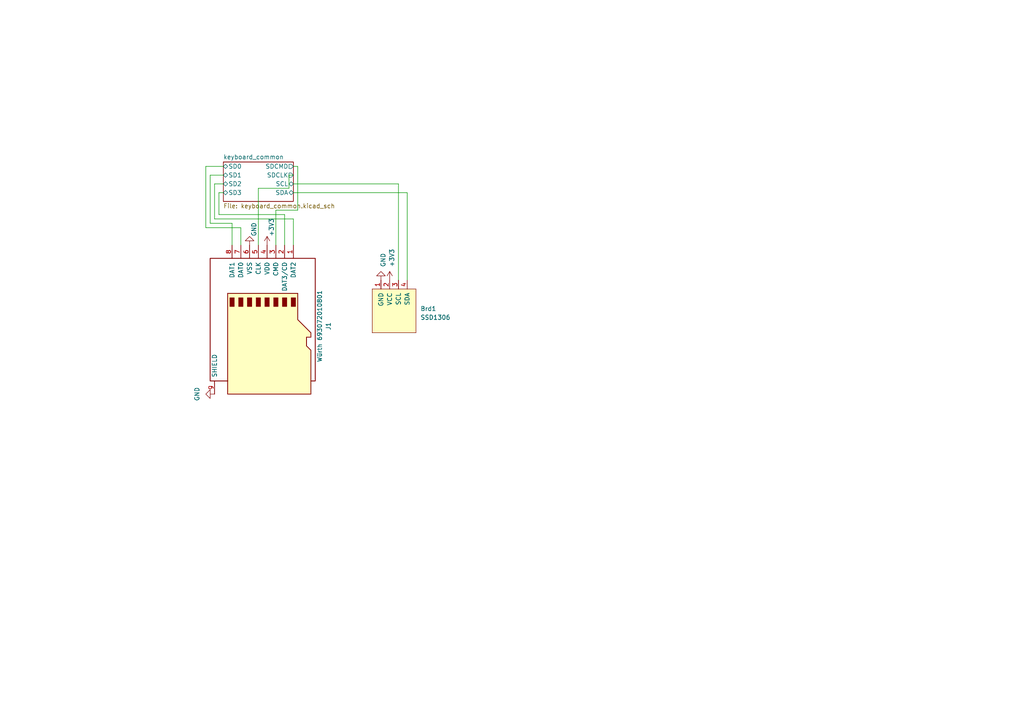
<source format=kicad_sch>
(kicad_sch (version 20220404) (generator eeschema)
  (paper "A4")
  (title_block (title "rkb1") (date "2022-05-21") (rev "dev-1"))
  (lib_symbols
    (symbol "Connector:Micro_SD_Card" (pin_names (offset 1.016))
      (property "Reference" "J" (at -16.51 15.24 0))
      (property "Value" "Micro_SD_Card" (at 16.51 15.24 0))
      (symbol "Micro_SD_Card_0_1"
        (rectangle (start -7.62 -9.525) (end -5.08 -10.795) (fill (type outline)))
        (rectangle (start -7.62 -6.985) (end -5.08 -8.255) (fill (type outline)))
        (rectangle (start -7.62 -4.445) (end -5.08 -5.715) (fill (type outline)))
        (rectangle (start -7.62 -1.905) (end -5.08 -3.175) (fill (type outline)))
        (rectangle (start -7.62 0.635) (end -5.08 -0.635) (fill (type outline)))
        (rectangle (start -7.62 3.175) (end -5.08 1.905) (fill (type outline)))
        (rectangle (start -7.62 5.715) (end -5.08 4.445) (fill (type outline)))
        (rectangle (start -7.62 8.255) (end -5.08 6.985) (fill (type outline)))
        (polyline (pts (xy 16.51 12.7) (xy 16.51 13.97) (xy -19.05 13.97) (xy -19.05 -16.51) (xy 16.51 -16.51) (xy 16.51 -11.43)) (stroke (width 0.254)))
        (polyline (pts (xy -8.89 -11.43) (xy -8.89 8.89) (xy -1.27 8.89) (xy 2.54 12.7) (xy 3.81 12.7) (xy 3.81 11.43) (xy 6.35 11.43) (xy 7.62 12.7) (xy 20.32 12.7) (xy 20.32 -11.43) (xy -8.89 -11.43)) (stroke (width 0.254)) (fill (type background)))
      )
      (symbol "Micro_SD_Card_1_1"
        (pin bidirectional line (at -22.86 7.62 0) (length 3.81) (name "DAT2") (number "1"))
        (pin bidirectional line (at -22.86 5.08 0) (length 3.81) (name "DAT3/CD") (number "2"))
        (pin input line (at -22.86 2.54 0) (length 3.81) (name "CMD") (number "3"))
        (pin power_in line (at -22.86 0 0) (length 3.81) (name "VDD") (number "4"))
        (pin input line (at -22.86 -2.54 0) (length 3.81) (name "CLK") (number "5"))
        (pin power_in line (at -22.86 -5.08 0) (length 3.81) (name "VSS") (number "6"))
        (pin bidirectional line (at -22.86 -7.62 0) (length 3.81) (name "DAT0") (number "7"))
        (pin bidirectional line (at -22.86 -10.16 0) (length 3.81) (name "DAT1") (number "8"))
        (pin passive line (at 20.32 -15.24 180) (length 3.81) (name "SHIELD") (number "9"))
      )
    )
    (symbol "power:+3V3" (power) (pin_names (offset 0))
      (property "Value" "+3V3" (at 0 3.556 0))
      (symbol "+3V3_0_1"
        (polyline (pts (xy -0.762 1.27) (xy 0 2.54)))
        (polyline (pts (xy 0 0) (xy 0 2.54)))
        (polyline (pts (xy 0 2.54) (xy 0.762 1.27)))
      )
      (symbol "+3V3_1_1"
        (pin power_in line (at 0 0 90) (length 0) hide (name "+3V3") (number "1"))
      )
    )
    (symbol "power:GND" (power) (pin_names (offset 0))
      (property "Value" "GND" (at 0 -3.81 0))
      (symbol "GND_0_1"
        (polyline (pts (xy 0 0) (xy 0 -1.27) (xy 1.27 -1.27) (xy 0 -2.54) (xy -1.27 -1.27) (xy 0 -1.27)))
      )
      (symbol "GND_1_1"
        (pin power_in line (at 0 0 270) (length 0) hide (name "GND") (number "1"))
      )
    )
    (symbol "ssd1306:SSD1306" (pin_names (offset 1.016))
      (property "Reference" "Brd" (at 0 -3.81 0))
      (property "Value" "SSD1306" (at 0 -1.27 0))
      (symbol "SSD1306_0_1"
        (rectangle (start -6.35 6.35) (end 6.35 -6.35) (fill (type background)))
      )
      (symbol "SSD1306_1_1"
        (pin input line (at -3.81 8.89 270) (length 2.54) (name "GND") (number "1"))
        (pin input line (at -1.27 8.89 270) (length 2.54) (name "VCC") (number "2"))
        (pin input line (at 1.27 8.89 270) (length 2.54) (name "SCL") (number "3"))
        (pin input line (at 3.81 8.89 270) (length 2.54) (name "SDA") (number "4"))
      )
    )
  )
  (wire (pts (xy 62.23 53.34) (xy 62.23 63.5)))
  (wire (pts (xy 67.31 64.77) (xy 67.31 71.12)))
  (wire (pts (xy 85.09 55.88) (xy 118.11 55.88)))
  (wire (pts (xy 64.77 53.34) (xy 62.23 53.34)))
  (wire (pts (xy 82.55 62.23) (xy 82.55 71.12)))
  (wire (pts (xy 59.69 66.04) (xy 69.85 66.04)))
  (wire (pts (xy 80.01 71.12) (xy 80.01 60.96)))
  (wire (pts (xy 83.82 54.61) (xy 83.82 50.8)))
  (wire (pts (xy 83.82 50.8) (xy 85.09 50.8)))
  (wire (pts (xy 60.96 50.8) (xy 60.96 64.77)))
  (wire (pts (xy 115.57 53.34) (xy 115.57 81.28)))
  (wire (pts (xy 63.5 62.23) (xy 82.55 62.23)))
  (wire (pts (xy 85.09 63.5) (xy 85.09 71.12)))
  (wire (pts (xy 62.23 63.5) (xy 85.09 63.5)))
  (wire (pts (xy 86.36 60.96) (xy 86.36 48.26)))
  (wire (pts (xy 59.69 48.26) (xy 59.69 66.04)))
  (wire (pts (xy 64.77 48.26) (xy 59.69 48.26)))
  (wire (pts (xy 63.5 55.88) (xy 63.5 62.23)))
  (wire (pts (xy 85.09 53.34) (xy 115.57 53.34)))
  (wire (pts (xy 86.36 48.26) (xy 85.09 48.26)))
  (wire (pts (xy 69.85 66.04) (xy 69.85 71.12)))
  (wire (pts (xy 74.93 54.61) (xy 83.82 54.61)))
  (wire (pts (xy 60.96 64.77) (xy 67.31 64.77)))
  (wire (pts (xy 80.01 60.96) (xy 86.36 60.96)))
  (wire (pts (xy 74.93 71.12) (xy 74.93 54.61)))
  (wire (pts (xy 64.77 50.8) (xy 60.96 50.8)))
  (wire (pts (xy 64.77 55.88) (xy 63.5 55.88)))
  (wire (pts (xy 118.11 55.88) (xy 118.11 81.28)))
  (symbol (lib_id "power:+3V3") (at 77.47 71.12 0) (unit 1)
    (default_instance (reference "#PWR") (unit 1) (value "+3V3") (footprint ""))
    (property "Reference" "#PWR03" (effects hide))
    (property "Value" "+3V3" (at 78.74 68.58 90) (effects (justify left)))
  )
  (symbol (lib_id "power:+3V3") (at 113.03 81.28 0) (unit 1)
    (default_instance (reference "#PWR") (unit 1) (value "+3V3") (footprint ""))
    (property "Reference" "#PWR05" (effects hide))
    (property "Value" "+3V3" (at 113.665 77.47 90) (effects (justify left)))
  )
  (symbol (lib_id "Connector:Micro_SD_Card") (at 77.47 93.98 270) (unit 1)
    (default_instance (reference "J") (unit 1) (value "Micro_SD_Card") (footprint ""))
    (property "Reference" "J1" (at 95.25 94.615 0))
    (property "Value" "Würth 693072010801" (at 92.71 94.615 0))
    (property "Footprint" "Connector_Card:microSD_HC_Wuerth_693072010801" (effects hide))
    (property "Datasheet" "http://katalog.we-online.de/em/datasheet/693072010801.pdf" (effects hide))
  )
  (symbol (lib_id "power:GND") (at 110.49 81.28 180) (unit 1)
    (default_instance (reference "#PWR") (unit 1) (value "GND") (footprint ""))
    (property "Reference" "#PWR04" (effects hide))
    (property "Value" "GND" (at 111.125 77.47 90) (effects (justify right)))
  )
  (symbol (lib_id "ssd1306:SSD1306") (at 114.3 90.17 0) (unit 1)
    (default_instance (reference "Brd") (unit 1) (value "SSD1306") (footprint ""))
    (property "Reference" "Brd1" (at 121.92 89.535 0) (effects (justify left)))
    (property "Value" "SSD1306" (at 121.92 92.075 0) (effects (justify left)))
    (property "Footprint" "ssd1306:128x64OLED" (effects hide))
  )
  (symbol (lib_id "power:GND") (at 72.39 71.12 180) (unit 1)
    (default_instance (reference "#PWR") (unit 1) (value "GND") (footprint ""))
    (property "Reference" "#PWR02" (effects hide))
    (property "Value" "GND" (at 73.66 68.58 90) (effects (justify right)))
  )
  (symbol (lib_id "power:GND") (at 62.23 114.3 270) (unit 1)
    (default_instance (reference "#PWR") (unit 1) (value "GND") (footprint ""))
    (property "Reference" "#PWR01" (effects hide))
    (property "Value" "GND" (at 57.15 114.3 0))
  )
  (sheet (at 64.77 46.99) (size 20.32 11.43) (stroke (width 0.1524))
    (property "Sheetname" "keyboard_common" (at 64.77 46.2784 0) (effects (justify left bottom)))
    (property "Sheetfile" "keyboard_common.kicad_sch" (at 64.77 59.0046 0) (effects (justify left top)))
    (pin "SD2" bidirectional (at 64.77 53.34 180))
    (pin "SD0" bidirectional (at 64.77 48.26 180))
    (pin "SD1" bidirectional (at 64.77 50.8 180))
    (pin "SD3" bidirectional (at 64.77 55.88 180))
    (pin "SDCMD" output (at 85.09 48.26 0))
    (pin "SDCLK" output (at 85.09 50.8 0))
    (pin "SCL" bidirectional (at 85.09 53.34 0))
    (pin "SDA" bidirectional (at 85.09 55.88 0))
  )
)
</source>
